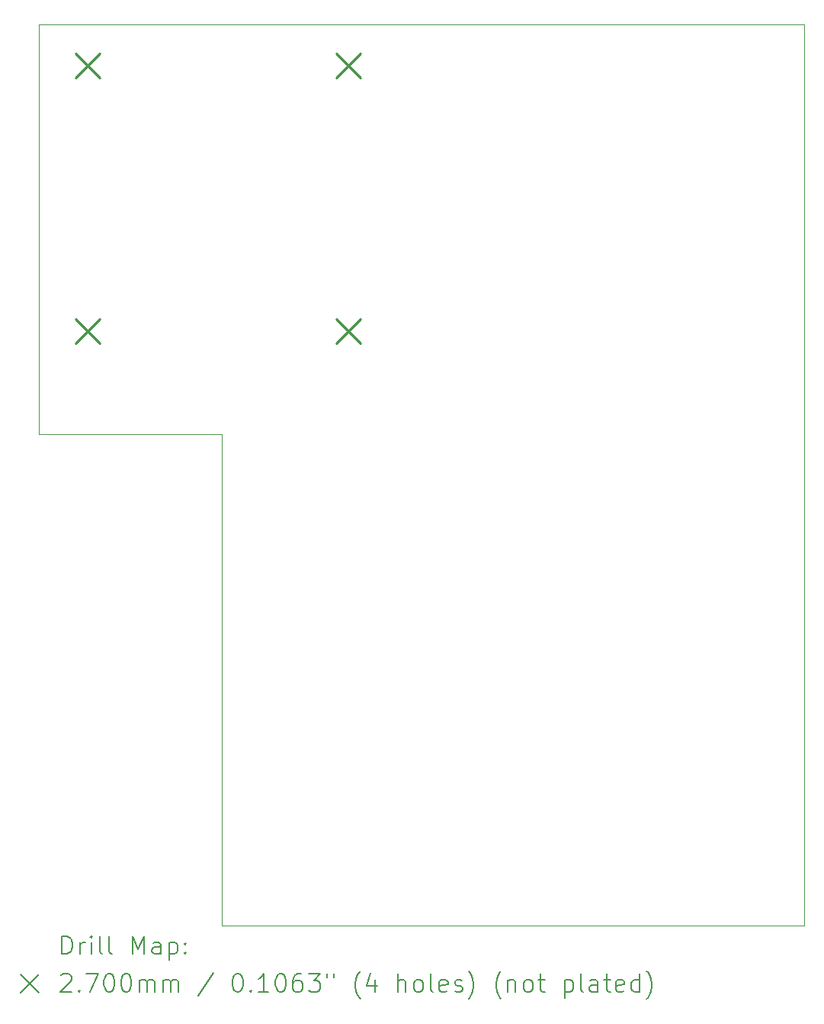
<source format=gbr>
%TF.GenerationSoftware,KiCad,Pcbnew,8.0.3*%
%TF.CreationDate,2024-07-30T19:31:25-07:00*%
%TF.ProjectId,ardxp1,61726478-7031-42e6-9b69-6361645f7063,v0.1*%
%TF.SameCoordinates,Original*%
%TF.FileFunction,Drillmap*%
%TF.FilePolarity,Positive*%
%FSLAX45Y45*%
G04 Gerber Fmt 4.5, Leading zero omitted, Abs format (unit mm)*
G04 Created by KiCad (PCBNEW 8.0.3) date 2024-07-30 19:31:25*
%MOMM*%
%LPD*%
G01*
G04 APERTURE LIST*
%ADD10C,0.050000*%
%ADD11C,0.200000*%
%ADD12C,0.270000*%
G04 APERTURE END LIST*
D10*
X4000000Y-4000000D02*
X4000000Y-8550000D01*
X6032000Y-8550000D02*
X6032500Y-14000000D01*
X4000000Y-8550000D02*
X6032000Y-8550000D01*
X6032500Y-14000000D02*
X12500000Y-14000000D01*
X12500000Y-4000000D02*
X4000000Y-4000000D01*
X12500000Y-14000000D02*
X12500000Y-4000000D01*
D11*
D12*
X4406200Y-4318600D02*
X4676200Y-4588600D01*
X4676200Y-4318600D02*
X4406200Y-4588600D01*
X4406200Y-7265000D02*
X4676200Y-7535000D01*
X4676200Y-7265000D02*
X4406200Y-7535000D01*
X7301800Y-4318600D02*
X7571800Y-4588600D01*
X7571800Y-4318600D02*
X7301800Y-4588600D01*
X7301800Y-7265000D02*
X7571800Y-7535000D01*
X7571800Y-7265000D02*
X7301800Y-7535000D01*
D11*
X4258277Y-14313984D02*
X4258277Y-14113984D01*
X4258277Y-14113984D02*
X4305896Y-14113984D01*
X4305896Y-14113984D02*
X4334467Y-14123508D01*
X4334467Y-14123508D02*
X4353515Y-14142555D01*
X4353515Y-14142555D02*
X4363039Y-14161603D01*
X4363039Y-14161603D02*
X4372563Y-14199698D01*
X4372563Y-14199698D02*
X4372563Y-14228269D01*
X4372563Y-14228269D02*
X4363039Y-14266365D01*
X4363039Y-14266365D02*
X4353515Y-14285412D01*
X4353515Y-14285412D02*
X4334467Y-14304460D01*
X4334467Y-14304460D02*
X4305896Y-14313984D01*
X4305896Y-14313984D02*
X4258277Y-14313984D01*
X4458277Y-14313984D02*
X4458277Y-14180650D01*
X4458277Y-14218746D02*
X4467801Y-14199698D01*
X4467801Y-14199698D02*
X4477324Y-14190174D01*
X4477324Y-14190174D02*
X4496372Y-14180650D01*
X4496372Y-14180650D02*
X4515420Y-14180650D01*
X4582086Y-14313984D02*
X4582086Y-14180650D01*
X4582086Y-14113984D02*
X4572563Y-14123508D01*
X4572563Y-14123508D02*
X4582086Y-14133031D01*
X4582086Y-14133031D02*
X4591610Y-14123508D01*
X4591610Y-14123508D02*
X4582086Y-14113984D01*
X4582086Y-14113984D02*
X4582086Y-14133031D01*
X4705896Y-14313984D02*
X4686848Y-14304460D01*
X4686848Y-14304460D02*
X4677324Y-14285412D01*
X4677324Y-14285412D02*
X4677324Y-14113984D01*
X4810658Y-14313984D02*
X4791610Y-14304460D01*
X4791610Y-14304460D02*
X4782086Y-14285412D01*
X4782086Y-14285412D02*
X4782086Y-14113984D01*
X5039229Y-14313984D02*
X5039229Y-14113984D01*
X5039229Y-14113984D02*
X5105896Y-14256841D01*
X5105896Y-14256841D02*
X5172563Y-14113984D01*
X5172563Y-14113984D02*
X5172563Y-14313984D01*
X5353515Y-14313984D02*
X5353515Y-14209222D01*
X5353515Y-14209222D02*
X5343991Y-14190174D01*
X5343991Y-14190174D02*
X5324944Y-14180650D01*
X5324944Y-14180650D02*
X5286848Y-14180650D01*
X5286848Y-14180650D02*
X5267801Y-14190174D01*
X5353515Y-14304460D02*
X5334467Y-14313984D01*
X5334467Y-14313984D02*
X5286848Y-14313984D01*
X5286848Y-14313984D02*
X5267801Y-14304460D01*
X5267801Y-14304460D02*
X5258277Y-14285412D01*
X5258277Y-14285412D02*
X5258277Y-14266365D01*
X5258277Y-14266365D02*
X5267801Y-14247317D01*
X5267801Y-14247317D02*
X5286848Y-14237793D01*
X5286848Y-14237793D02*
X5334467Y-14237793D01*
X5334467Y-14237793D02*
X5353515Y-14228269D01*
X5448753Y-14180650D02*
X5448753Y-14380650D01*
X5448753Y-14190174D02*
X5467801Y-14180650D01*
X5467801Y-14180650D02*
X5505896Y-14180650D01*
X5505896Y-14180650D02*
X5524944Y-14190174D01*
X5524944Y-14190174D02*
X5534467Y-14199698D01*
X5534467Y-14199698D02*
X5543991Y-14218746D01*
X5543991Y-14218746D02*
X5543991Y-14275888D01*
X5543991Y-14275888D02*
X5534467Y-14294936D01*
X5534467Y-14294936D02*
X5524944Y-14304460D01*
X5524944Y-14304460D02*
X5505896Y-14313984D01*
X5505896Y-14313984D02*
X5467801Y-14313984D01*
X5467801Y-14313984D02*
X5448753Y-14304460D01*
X5629705Y-14294936D02*
X5639229Y-14304460D01*
X5639229Y-14304460D02*
X5629705Y-14313984D01*
X5629705Y-14313984D02*
X5620182Y-14304460D01*
X5620182Y-14304460D02*
X5629705Y-14294936D01*
X5629705Y-14294936D02*
X5629705Y-14313984D01*
X5629705Y-14190174D02*
X5639229Y-14199698D01*
X5639229Y-14199698D02*
X5629705Y-14209222D01*
X5629705Y-14209222D02*
X5620182Y-14199698D01*
X5620182Y-14199698D02*
X5629705Y-14190174D01*
X5629705Y-14190174D02*
X5629705Y-14209222D01*
X3797500Y-14542500D02*
X3997500Y-14742500D01*
X3997500Y-14542500D02*
X3797500Y-14742500D01*
X4248753Y-14553031D02*
X4258277Y-14543508D01*
X4258277Y-14543508D02*
X4277324Y-14533984D01*
X4277324Y-14533984D02*
X4324944Y-14533984D01*
X4324944Y-14533984D02*
X4343991Y-14543508D01*
X4343991Y-14543508D02*
X4353515Y-14553031D01*
X4353515Y-14553031D02*
X4363039Y-14572079D01*
X4363039Y-14572079D02*
X4363039Y-14591127D01*
X4363039Y-14591127D02*
X4353515Y-14619698D01*
X4353515Y-14619698D02*
X4239229Y-14733984D01*
X4239229Y-14733984D02*
X4363039Y-14733984D01*
X4448753Y-14714936D02*
X4458277Y-14724460D01*
X4458277Y-14724460D02*
X4448753Y-14733984D01*
X4448753Y-14733984D02*
X4439229Y-14724460D01*
X4439229Y-14724460D02*
X4448753Y-14714936D01*
X4448753Y-14714936D02*
X4448753Y-14733984D01*
X4524944Y-14533984D02*
X4658277Y-14533984D01*
X4658277Y-14533984D02*
X4572563Y-14733984D01*
X4772563Y-14533984D02*
X4791610Y-14533984D01*
X4791610Y-14533984D02*
X4810658Y-14543508D01*
X4810658Y-14543508D02*
X4820182Y-14553031D01*
X4820182Y-14553031D02*
X4829705Y-14572079D01*
X4829705Y-14572079D02*
X4839229Y-14610174D01*
X4839229Y-14610174D02*
X4839229Y-14657793D01*
X4839229Y-14657793D02*
X4829705Y-14695888D01*
X4829705Y-14695888D02*
X4820182Y-14714936D01*
X4820182Y-14714936D02*
X4810658Y-14724460D01*
X4810658Y-14724460D02*
X4791610Y-14733984D01*
X4791610Y-14733984D02*
X4772563Y-14733984D01*
X4772563Y-14733984D02*
X4753515Y-14724460D01*
X4753515Y-14724460D02*
X4743991Y-14714936D01*
X4743991Y-14714936D02*
X4734467Y-14695888D01*
X4734467Y-14695888D02*
X4724944Y-14657793D01*
X4724944Y-14657793D02*
X4724944Y-14610174D01*
X4724944Y-14610174D02*
X4734467Y-14572079D01*
X4734467Y-14572079D02*
X4743991Y-14553031D01*
X4743991Y-14553031D02*
X4753515Y-14543508D01*
X4753515Y-14543508D02*
X4772563Y-14533984D01*
X4963039Y-14533984D02*
X4982086Y-14533984D01*
X4982086Y-14533984D02*
X5001134Y-14543508D01*
X5001134Y-14543508D02*
X5010658Y-14553031D01*
X5010658Y-14553031D02*
X5020182Y-14572079D01*
X5020182Y-14572079D02*
X5029705Y-14610174D01*
X5029705Y-14610174D02*
X5029705Y-14657793D01*
X5029705Y-14657793D02*
X5020182Y-14695888D01*
X5020182Y-14695888D02*
X5010658Y-14714936D01*
X5010658Y-14714936D02*
X5001134Y-14724460D01*
X5001134Y-14724460D02*
X4982086Y-14733984D01*
X4982086Y-14733984D02*
X4963039Y-14733984D01*
X4963039Y-14733984D02*
X4943991Y-14724460D01*
X4943991Y-14724460D02*
X4934467Y-14714936D01*
X4934467Y-14714936D02*
X4924944Y-14695888D01*
X4924944Y-14695888D02*
X4915420Y-14657793D01*
X4915420Y-14657793D02*
X4915420Y-14610174D01*
X4915420Y-14610174D02*
X4924944Y-14572079D01*
X4924944Y-14572079D02*
X4934467Y-14553031D01*
X4934467Y-14553031D02*
X4943991Y-14543508D01*
X4943991Y-14543508D02*
X4963039Y-14533984D01*
X5115420Y-14733984D02*
X5115420Y-14600650D01*
X5115420Y-14619698D02*
X5124944Y-14610174D01*
X5124944Y-14610174D02*
X5143991Y-14600650D01*
X5143991Y-14600650D02*
X5172563Y-14600650D01*
X5172563Y-14600650D02*
X5191610Y-14610174D01*
X5191610Y-14610174D02*
X5201134Y-14629222D01*
X5201134Y-14629222D02*
X5201134Y-14733984D01*
X5201134Y-14629222D02*
X5210658Y-14610174D01*
X5210658Y-14610174D02*
X5229705Y-14600650D01*
X5229705Y-14600650D02*
X5258277Y-14600650D01*
X5258277Y-14600650D02*
X5277325Y-14610174D01*
X5277325Y-14610174D02*
X5286848Y-14629222D01*
X5286848Y-14629222D02*
X5286848Y-14733984D01*
X5382086Y-14733984D02*
X5382086Y-14600650D01*
X5382086Y-14619698D02*
X5391610Y-14610174D01*
X5391610Y-14610174D02*
X5410658Y-14600650D01*
X5410658Y-14600650D02*
X5439229Y-14600650D01*
X5439229Y-14600650D02*
X5458277Y-14610174D01*
X5458277Y-14610174D02*
X5467801Y-14629222D01*
X5467801Y-14629222D02*
X5467801Y-14733984D01*
X5467801Y-14629222D02*
X5477325Y-14610174D01*
X5477325Y-14610174D02*
X5496372Y-14600650D01*
X5496372Y-14600650D02*
X5524944Y-14600650D01*
X5524944Y-14600650D02*
X5543991Y-14610174D01*
X5543991Y-14610174D02*
X5553515Y-14629222D01*
X5553515Y-14629222D02*
X5553515Y-14733984D01*
X5943991Y-14524460D02*
X5772563Y-14781603D01*
X6201134Y-14533984D02*
X6220182Y-14533984D01*
X6220182Y-14533984D02*
X6239229Y-14543508D01*
X6239229Y-14543508D02*
X6248753Y-14553031D01*
X6248753Y-14553031D02*
X6258277Y-14572079D01*
X6258277Y-14572079D02*
X6267801Y-14610174D01*
X6267801Y-14610174D02*
X6267801Y-14657793D01*
X6267801Y-14657793D02*
X6258277Y-14695888D01*
X6258277Y-14695888D02*
X6248753Y-14714936D01*
X6248753Y-14714936D02*
X6239229Y-14724460D01*
X6239229Y-14724460D02*
X6220182Y-14733984D01*
X6220182Y-14733984D02*
X6201134Y-14733984D01*
X6201134Y-14733984D02*
X6182086Y-14724460D01*
X6182086Y-14724460D02*
X6172563Y-14714936D01*
X6172563Y-14714936D02*
X6163039Y-14695888D01*
X6163039Y-14695888D02*
X6153515Y-14657793D01*
X6153515Y-14657793D02*
X6153515Y-14610174D01*
X6153515Y-14610174D02*
X6163039Y-14572079D01*
X6163039Y-14572079D02*
X6172563Y-14553031D01*
X6172563Y-14553031D02*
X6182086Y-14543508D01*
X6182086Y-14543508D02*
X6201134Y-14533984D01*
X6353515Y-14714936D02*
X6363039Y-14724460D01*
X6363039Y-14724460D02*
X6353515Y-14733984D01*
X6353515Y-14733984D02*
X6343991Y-14724460D01*
X6343991Y-14724460D02*
X6353515Y-14714936D01*
X6353515Y-14714936D02*
X6353515Y-14733984D01*
X6553515Y-14733984D02*
X6439229Y-14733984D01*
X6496372Y-14733984D02*
X6496372Y-14533984D01*
X6496372Y-14533984D02*
X6477325Y-14562555D01*
X6477325Y-14562555D02*
X6458277Y-14581603D01*
X6458277Y-14581603D02*
X6439229Y-14591127D01*
X6677325Y-14533984D02*
X6696372Y-14533984D01*
X6696372Y-14533984D02*
X6715420Y-14543508D01*
X6715420Y-14543508D02*
X6724944Y-14553031D01*
X6724944Y-14553031D02*
X6734467Y-14572079D01*
X6734467Y-14572079D02*
X6743991Y-14610174D01*
X6743991Y-14610174D02*
X6743991Y-14657793D01*
X6743991Y-14657793D02*
X6734467Y-14695888D01*
X6734467Y-14695888D02*
X6724944Y-14714936D01*
X6724944Y-14714936D02*
X6715420Y-14724460D01*
X6715420Y-14724460D02*
X6696372Y-14733984D01*
X6696372Y-14733984D02*
X6677325Y-14733984D01*
X6677325Y-14733984D02*
X6658277Y-14724460D01*
X6658277Y-14724460D02*
X6648753Y-14714936D01*
X6648753Y-14714936D02*
X6639229Y-14695888D01*
X6639229Y-14695888D02*
X6629706Y-14657793D01*
X6629706Y-14657793D02*
X6629706Y-14610174D01*
X6629706Y-14610174D02*
X6639229Y-14572079D01*
X6639229Y-14572079D02*
X6648753Y-14553031D01*
X6648753Y-14553031D02*
X6658277Y-14543508D01*
X6658277Y-14543508D02*
X6677325Y-14533984D01*
X6915420Y-14533984D02*
X6877325Y-14533984D01*
X6877325Y-14533984D02*
X6858277Y-14543508D01*
X6858277Y-14543508D02*
X6848753Y-14553031D01*
X6848753Y-14553031D02*
X6829706Y-14581603D01*
X6829706Y-14581603D02*
X6820182Y-14619698D01*
X6820182Y-14619698D02*
X6820182Y-14695888D01*
X6820182Y-14695888D02*
X6829706Y-14714936D01*
X6829706Y-14714936D02*
X6839229Y-14724460D01*
X6839229Y-14724460D02*
X6858277Y-14733984D01*
X6858277Y-14733984D02*
X6896372Y-14733984D01*
X6896372Y-14733984D02*
X6915420Y-14724460D01*
X6915420Y-14724460D02*
X6924944Y-14714936D01*
X6924944Y-14714936D02*
X6934467Y-14695888D01*
X6934467Y-14695888D02*
X6934467Y-14648269D01*
X6934467Y-14648269D02*
X6924944Y-14629222D01*
X6924944Y-14629222D02*
X6915420Y-14619698D01*
X6915420Y-14619698D02*
X6896372Y-14610174D01*
X6896372Y-14610174D02*
X6858277Y-14610174D01*
X6858277Y-14610174D02*
X6839229Y-14619698D01*
X6839229Y-14619698D02*
X6829706Y-14629222D01*
X6829706Y-14629222D02*
X6820182Y-14648269D01*
X7001134Y-14533984D02*
X7124944Y-14533984D01*
X7124944Y-14533984D02*
X7058277Y-14610174D01*
X7058277Y-14610174D02*
X7086848Y-14610174D01*
X7086848Y-14610174D02*
X7105896Y-14619698D01*
X7105896Y-14619698D02*
X7115420Y-14629222D01*
X7115420Y-14629222D02*
X7124944Y-14648269D01*
X7124944Y-14648269D02*
X7124944Y-14695888D01*
X7124944Y-14695888D02*
X7115420Y-14714936D01*
X7115420Y-14714936D02*
X7105896Y-14724460D01*
X7105896Y-14724460D02*
X7086848Y-14733984D01*
X7086848Y-14733984D02*
X7029706Y-14733984D01*
X7029706Y-14733984D02*
X7010658Y-14724460D01*
X7010658Y-14724460D02*
X7001134Y-14714936D01*
X7201134Y-14533984D02*
X7201134Y-14572079D01*
X7277325Y-14533984D02*
X7277325Y-14572079D01*
X7572563Y-14810174D02*
X7563039Y-14800650D01*
X7563039Y-14800650D02*
X7543991Y-14772079D01*
X7543991Y-14772079D02*
X7534468Y-14753031D01*
X7534468Y-14753031D02*
X7524944Y-14724460D01*
X7524944Y-14724460D02*
X7515420Y-14676841D01*
X7515420Y-14676841D02*
X7515420Y-14638746D01*
X7515420Y-14638746D02*
X7524944Y-14591127D01*
X7524944Y-14591127D02*
X7534468Y-14562555D01*
X7534468Y-14562555D02*
X7543991Y-14543508D01*
X7543991Y-14543508D02*
X7563039Y-14514936D01*
X7563039Y-14514936D02*
X7572563Y-14505412D01*
X7734468Y-14600650D02*
X7734468Y-14733984D01*
X7686848Y-14524460D02*
X7639229Y-14667317D01*
X7639229Y-14667317D02*
X7763039Y-14667317D01*
X7991610Y-14733984D02*
X7991610Y-14533984D01*
X8077325Y-14733984D02*
X8077325Y-14629222D01*
X8077325Y-14629222D02*
X8067801Y-14610174D01*
X8067801Y-14610174D02*
X8048753Y-14600650D01*
X8048753Y-14600650D02*
X8020182Y-14600650D01*
X8020182Y-14600650D02*
X8001134Y-14610174D01*
X8001134Y-14610174D02*
X7991610Y-14619698D01*
X8201134Y-14733984D02*
X8182087Y-14724460D01*
X8182087Y-14724460D02*
X8172563Y-14714936D01*
X8172563Y-14714936D02*
X8163039Y-14695888D01*
X8163039Y-14695888D02*
X8163039Y-14638746D01*
X8163039Y-14638746D02*
X8172563Y-14619698D01*
X8172563Y-14619698D02*
X8182087Y-14610174D01*
X8182087Y-14610174D02*
X8201134Y-14600650D01*
X8201134Y-14600650D02*
X8229706Y-14600650D01*
X8229706Y-14600650D02*
X8248753Y-14610174D01*
X8248753Y-14610174D02*
X8258277Y-14619698D01*
X8258277Y-14619698D02*
X8267801Y-14638746D01*
X8267801Y-14638746D02*
X8267801Y-14695888D01*
X8267801Y-14695888D02*
X8258277Y-14714936D01*
X8258277Y-14714936D02*
X8248753Y-14724460D01*
X8248753Y-14724460D02*
X8229706Y-14733984D01*
X8229706Y-14733984D02*
X8201134Y-14733984D01*
X8382087Y-14733984D02*
X8363039Y-14724460D01*
X8363039Y-14724460D02*
X8353515Y-14705412D01*
X8353515Y-14705412D02*
X8353515Y-14533984D01*
X8534468Y-14724460D02*
X8515420Y-14733984D01*
X8515420Y-14733984D02*
X8477325Y-14733984D01*
X8477325Y-14733984D02*
X8458277Y-14724460D01*
X8458277Y-14724460D02*
X8448753Y-14705412D01*
X8448753Y-14705412D02*
X8448753Y-14629222D01*
X8448753Y-14629222D02*
X8458277Y-14610174D01*
X8458277Y-14610174D02*
X8477325Y-14600650D01*
X8477325Y-14600650D02*
X8515420Y-14600650D01*
X8515420Y-14600650D02*
X8534468Y-14610174D01*
X8534468Y-14610174D02*
X8543992Y-14629222D01*
X8543992Y-14629222D02*
X8543992Y-14648269D01*
X8543992Y-14648269D02*
X8448753Y-14667317D01*
X8620182Y-14724460D02*
X8639230Y-14733984D01*
X8639230Y-14733984D02*
X8677325Y-14733984D01*
X8677325Y-14733984D02*
X8696373Y-14724460D01*
X8696373Y-14724460D02*
X8705896Y-14705412D01*
X8705896Y-14705412D02*
X8705896Y-14695888D01*
X8705896Y-14695888D02*
X8696373Y-14676841D01*
X8696373Y-14676841D02*
X8677325Y-14667317D01*
X8677325Y-14667317D02*
X8648753Y-14667317D01*
X8648753Y-14667317D02*
X8629706Y-14657793D01*
X8629706Y-14657793D02*
X8620182Y-14638746D01*
X8620182Y-14638746D02*
X8620182Y-14629222D01*
X8620182Y-14629222D02*
X8629706Y-14610174D01*
X8629706Y-14610174D02*
X8648753Y-14600650D01*
X8648753Y-14600650D02*
X8677325Y-14600650D01*
X8677325Y-14600650D02*
X8696373Y-14610174D01*
X8772563Y-14810174D02*
X8782087Y-14800650D01*
X8782087Y-14800650D02*
X8801134Y-14772079D01*
X8801134Y-14772079D02*
X8810658Y-14753031D01*
X8810658Y-14753031D02*
X8820182Y-14724460D01*
X8820182Y-14724460D02*
X8829706Y-14676841D01*
X8829706Y-14676841D02*
X8829706Y-14638746D01*
X8829706Y-14638746D02*
X8820182Y-14591127D01*
X8820182Y-14591127D02*
X8810658Y-14562555D01*
X8810658Y-14562555D02*
X8801134Y-14543508D01*
X8801134Y-14543508D02*
X8782087Y-14514936D01*
X8782087Y-14514936D02*
X8772563Y-14505412D01*
X9134468Y-14810174D02*
X9124944Y-14800650D01*
X9124944Y-14800650D02*
X9105896Y-14772079D01*
X9105896Y-14772079D02*
X9096373Y-14753031D01*
X9096373Y-14753031D02*
X9086849Y-14724460D01*
X9086849Y-14724460D02*
X9077325Y-14676841D01*
X9077325Y-14676841D02*
X9077325Y-14638746D01*
X9077325Y-14638746D02*
X9086849Y-14591127D01*
X9086849Y-14591127D02*
X9096373Y-14562555D01*
X9096373Y-14562555D02*
X9105896Y-14543508D01*
X9105896Y-14543508D02*
X9124944Y-14514936D01*
X9124944Y-14514936D02*
X9134468Y-14505412D01*
X9210658Y-14600650D02*
X9210658Y-14733984D01*
X9210658Y-14619698D02*
X9220182Y-14610174D01*
X9220182Y-14610174D02*
X9239230Y-14600650D01*
X9239230Y-14600650D02*
X9267801Y-14600650D01*
X9267801Y-14600650D02*
X9286849Y-14610174D01*
X9286849Y-14610174D02*
X9296373Y-14629222D01*
X9296373Y-14629222D02*
X9296373Y-14733984D01*
X9420182Y-14733984D02*
X9401134Y-14724460D01*
X9401134Y-14724460D02*
X9391611Y-14714936D01*
X9391611Y-14714936D02*
X9382087Y-14695888D01*
X9382087Y-14695888D02*
X9382087Y-14638746D01*
X9382087Y-14638746D02*
X9391611Y-14619698D01*
X9391611Y-14619698D02*
X9401134Y-14610174D01*
X9401134Y-14610174D02*
X9420182Y-14600650D01*
X9420182Y-14600650D02*
X9448754Y-14600650D01*
X9448754Y-14600650D02*
X9467801Y-14610174D01*
X9467801Y-14610174D02*
X9477325Y-14619698D01*
X9477325Y-14619698D02*
X9486849Y-14638746D01*
X9486849Y-14638746D02*
X9486849Y-14695888D01*
X9486849Y-14695888D02*
X9477325Y-14714936D01*
X9477325Y-14714936D02*
X9467801Y-14724460D01*
X9467801Y-14724460D02*
X9448754Y-14733984D01*
X9448754Y-14733984D02*
X9420182Y-14733984D01*
X9543992Y-14600650D02*
X9620182Y-14600650D01*
X9572563Y-14533984D02*
X9572563Y-14705412D01*
X9572563Y-14705412D02*
X9582087Y-14724460D01*
X9582087Y-14724460D02*
X9601134Y-14733984D01*
X9601134Y-14733984D02*
X9620182Y-14733984D01*
X9839230Y-14600650D02*
X9839230Y-14800650D01*
X9839230Y-14610174D02*
X9858277Y-14600650D01*
X9858277Y-14600650D02*
X9896373Y-14600650D01*
X9896373Y-14600650D02*
X9915420Y-14610174D01*
X9915420Y-14610174D02*
X9924944Y-14619698D01*
X9924944Y-14619698D02*
X9934468Y-14638746D01*
X9934468Y-14638746D02*
X9934468Y-14695888D01*
X9934468Y-14695888D02*
X9924944Y-14714936D01*
X9924944Y-14714936D02*
X9915420Y-14724460D01*
X9915420Y-14724460D02*
X9896373Y-14733984D01*
X9896373Y-14733984D02*
X9858277Y-14733984D01*
X9858277Y-14733984D02*
X9839230Y-14724460D01*
X10048754Y-14733984D02*
X10029706Y-14724460D01*
X10029706Y-14724460D02*
X10020182Y-14705412D01*
X10020182Y-14705412D02*
X10020182Y-14533984D01*
X10210658Y-14733984D02*
X10210658Y-14629222D01*
X10210658Y-14629222D02*
X10201135Y-14610174D01*
X10201135Y-14610174D02*
X10182087Y-14600650D01*
X10182087Y-14600650D02*
X10143992Y-14600650D01*
X10143992Y-14600650D02*
X10124944Y-14610174D01*
X10210658Y-14724460D02*
X10191611Y-14733984D01*
X10191611Y-14733984D02*
X10143992Y-14733984D01*
X10143992Y-14733984D02*
X10124944Y-14724460D01*
X10124944Y-14724460D02*
X10115420Y-14705412D01*
X10115420Y-14705412D02*
X10115420Y-14686365D01*
X10115420Y-14686365D02*
X10124944Y-14667317D01*
X10124944Y-14667317D02*
X10143992Y-14657793D01*
X10143992Y-14657793D02*
X10191611Y-14657793D01*
X10191611Y-14657793D02*
X10210658Y-14648269D01*
X10277325Y-14600650D02*
X10353515Y-14600650D01*
X10305896Y-14533984D02*
X10305896Y-14705412D01*
X10305896Y-14705412D02*
X10315420Y-14724460D01*
X10315420Y-14724460D02*
X10334468Y-14733984D01*
X10334468Y-14733984D02*
X10353515Y-14733984D01*
X10496373Y-14724460D02*
X10477325Y-14733984D01*
X10477325Y-14733984D02*
X10439230Y-14733984D01*
X10439230Y-14733984D02*
X10420182Y-14724460D01*
X10420182Y-14724460D02*
X10410658Y-14705412D01*
X10410658Y-14705412D02*
X10410658Y-14629222D01*
X10410658Y-14629222D02*
X10420182Y-14610174D01*
X10420182Y-14610174D02*
X10439230Y-14600650D01*
X10439230Y-14600650D02*
X10477325Y-14600650D01*
X10477325Y-14600650D02*
X10496373Y-14610174D01*
X10496373Y-14610174D02*
X10505896Y-14629222D01*
X10505896Y-14629222D02*
X10505896Y-14648269D01*
X10505896Y-14648269D02*
X10410658Y-14667317D01*
X10677325Y-14733984D02*
X10677325Y-14533984D01*
X10677325Y-14724460D02*
X10658277Y-14733984D01*
X10658277Y-14733984D02*
X10620182Y-14733984D01*
X10620182Y-14733984D02*
X10601135Y-14724460D01*
X10601135Y-14724460D02*
X10591611Y-14714936D01*
X10591611Y-14714936D02*
X10582087Y-14695888D01*
X10582087Y-14695888D02*
X10582087Y-14638746D01*
X10582087Y-14638746D02*
X10591611Y-14619698D01*
X10591611Y-14619698D02*
X10601135Y-14610174D01*
X10601135Y-14610174D02*
X10620182Y-14600650D01*
X10620182Y-14600650D02*
X10658277Y-14600650D01*
X10658277Y-14600650D02*
X10677325Y-14610174D01*
X10753516Y-14810174D02*
X10763039Y-14800650D01*
X10763039Y-14800650D02*
X10782087Y-14772079D01*
X10782087Y-14772079D02*
X10791611Y-14753031D01*
X10791611Y-14753031D02*
X10801135Y-14724460D01*
X10801135Y-14724460D02*
X10810658Y-14676841D01*
X10810658Y-14676841D02*
X10810658Y-14638746D01*
X10810658Y-14638746D02*
X10801135Y-14591127D01*
X10801135Y-14591127D02*
X10791611Y-14562555D01*
X10791611Y-14562555D02*
X10782087Y-14543508D01*
X10782087Y-14543508D02*
X10763039Y-14514936D01*
X10763039Y-14514936D02*
X10753516Y-14505412D01*
M02*

</source>
